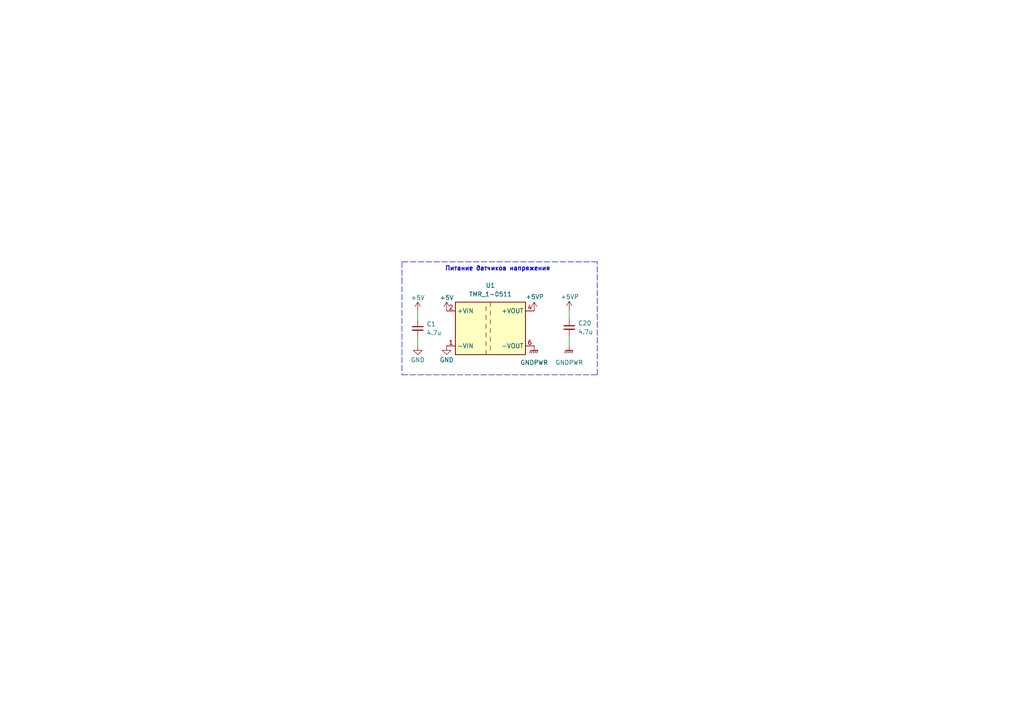
<source format=kicad_sch>
(kicad_sch (version 20211123) (generator eeschema)
  (paper "A4")
  (lib_symbols
    (symbol "Device:C_Small" (pin_numbers hide) (pin_names (offset 0.254) hide)
      (property "Reference" "C" (at 0.254 1.778 0))
      (property "Value" "C_Small" (at 0.254 -2.032 0))
      (symbol "C_Small_0_1"
        (polyline (pts (xy -1.524 -0.508) (xy 1.524 -0.508)) (stroke (width 0.3302)))
        (polyline (pts (xy -1.524 0.508) (xy 1.524 0.508)) (stroke (width 0.3048)))
      )
      (symbol "C_Small_1_1"
        (pin passive line (at 0 2.54 270) (length 2.032) (name "~") (number "1"))
        (pin passive line (at 0 -2.54 90) (length 2.032) (name "~") (number "2"))
      )
    )
    (symbol "Regulator_Switching:TMR_1-0511"
      (property "Reference" "U" (at -8.89 8.89 0))
      (property "Value" "TMR_1-0511" (at 10.16 8.89 0))
      (symbol "TMR_1-0511_0_1"
        (rectangle (start -10.16 7.62) (end 10.16 -7.62) (stroke (width 0.254)) (fill (type background)))
        (polyline (pts (xy -1.27 -7.62) (xy -1.27 -6.35)))
        (polyline (pts (xy -1.27 -5.08) (xy -1.27 -3.81)))
        (polyline (pts (xy -1.27 -2.54) (xy -1.27 -1.27)))
        (polyline (pts (xy -1.27 0) (xy -1.27 1.27)))
        (polyline (pts (xy -1.27 2.54) (xy -1.27 3.81)))
        (polyline (pts (xy -1.27 5.08) (xy -1.27 6.35)))
        (polyline (pts (xy 0 -5.08) (xy 0 -6.35)))
        (polyline (pts (xy 0 -2.54) (xy 0 -3.81)))
        (polyline (pts (xy 0 0) (xy 0 -1.27)))
        (polyline (pts (xy 0 2.54) (xy 0 1.27)))
        (polyline (pts (xy 0 5.08) (xy 0 3.81)))
        (polyline (pts (xy 0 7.62) (xy 0 6.35)))
      )
      (symbol "TMR_1-0511_1_1"
        (pin power_in line (at -12.7 -5.08 0) (length 2.54) (name "-VIN") (number "1"))
        (pin power_in line (at -12.7 5.08 0) (length 2.54) (name "+VIN") (number "2"))
        (pin power_out line (at 12.7 5.08 180) (length 2.54) (name "+VOUT") (number "4"))
        (pin power_out line (at 12.7 -5.08 180) (length 2.54) (name "-VOUT") (number "6"))
      )
    )
    (symbol "power:+5V" (power) (pin_names (offset 0))
      (property "Value" "+5V" (at 0 3.556 0))
      (symbol "+5V_0_1"
        (polyline (pts (xy -0.762 1.27) (xy 0 2.54)))
        (polyline (pts (xy 0 0) (xy 0 2.54)))
        (polyline (pts (xy 0 2.54) (xy 0.762 1.27)))
      )
      (symbol "+5V_1_1"
        (pin power_in line (at 0 0 90) (length 0) hide (name "+5V") (number "1"))
      )
    )
    (symbol "power:+5VP" (power) (pin_names (offset 0))
      (property "Value" "+5VP" (at 0 3.556 0))
      (symbol "+5VP_0_1"
        (polyline (pts (xy -0.762 1.27) (xy 0 2.54)))
        (polyline (pts (xy 0 0) (xy 0 2.54)))
        (polyline (pts (xy 0 2.54) (xy 0.762 1.27)))
      )
      (symbol "+5VP_1_1"
        (pin power_in line (at 0 0 90) (length 0) hide (name "+5VP") (number "1"))
      )
    )
    (symbol "power:GND" (power) (pin_names (offset 0))
      (property "Value" "GND" (at 0 -3.81 0))
      (symbol "GND_0_1"
        (polyline (pts (xy 0 0) (xy 0 -1.27) (xy 1.27 -1.27) (xy 0 -2.54) (xy -1.27 -1.27) (xy 0 -1.27)))
      )
      (symbol "GND_1_1"
        (pin power_in line (at 0 0 270) (length 0) hide (name "GND") (number "1"))
      )
    )
    (symbol "power:GNDPWR" (power) (pin_names (offset 0))
      (property "Value" "GNDPWR" (at 0 -3.302 0))
      (symbol "GNDPWR_0_1"
        (polyline (pts (xy 0 -1.27) (xy 0 0)))
        (polyline (pts (xy -1.016 -1.27) (xy -1.27 -2.032) (xy -1.27 -2.032)) (stroke (width 0.2032)))
        (polyline (pts (xy -0.508 -1.27) (xy -0.762 -2.032) (xy -0.762 -2.032)) (stroke (width 0.2032)))
        (polyline (pts (xy 0 -1.27) (xy -0.254 -2.032) (xy -0.254 -2.032)) (stroke (width 0.2032)))
        (polyline (pts (xy 0.508 -1.27) (xy 0.254 -2.032) (xy 0.254 -2.032)) (stroke (width 0.2032)))
        (polyline (pts (xy 1.016 -1.27) (xy -1.016 -1.27) (xy -1.016 -1.27)) (stroke (width 0.2032)))
        (polyline (pts (xy 1.016 -1.27) (xy 0.762 -2.032) (xy 0.762 -2.032) (xy 0.762 -2.032)) (stroke (width 0.2032)))
      )
      (symbol "GNDPWR_1_1"
        (pin power_in line (at 0 0 270) (length 0) hide (name "GNDPWR") (number "1"))
      )
    )
  )
  (wire (pts (xy 121.158 97.79) (xy 121.158 100.33)))
  (polyline (pts (xy 173.228 75.946) (xy 116.586 75.946)))
  (wire (pts (xy 165.1 97.536) (xy 165.1 100.33)))
  (polyline (pts (xy 116.586 80.772) (xy 116.586 108.712)))
  (polyline (pts (xy 173.228 108.712) (xy 173.228 75.946)))
  (wire (pts (xy 165.1 89.916) (xy 165.1 92.456)))
  (polyline (pts (xy 116.586 75.946) (xy 116.586 80.772)))
  (wire (pts (xy 121.158 90.17) (xy 121.158 92.71)))
  (polyline (pts (xy 116.586 108.712) (xy 173.228 108.712)))
  (text "Питание датчиков напряжения" (at 129.032 78.74 0) (effects (font (size 1.27 1.27) (thickness 0.254) bold) (justify left bottom)))
  (symbol (lib_id "power:GNDPWR") (at 154.94 100.33 0)
    (property "Reference" "#PWR029" (effects hide))
    (property "Value" "GNDPWR" (at 154.94 105.156 0))
  )
  (symbol (lib_id "Device:C_Small") (at 121.158 95.25 0)
    (property "Reference" "C1" (at 123.698 93.9862 0) (effects (justify left)))
    (property "Value" "4.7u" (at 123.698 96.5262 0) (effects (justify left)))
    (property "Footprint" "Capacitor_SMD:C_1210_3225Metric_Pad1.33x2.70mm_HandSolder" (effects hide))
  )
  (symbol (lib_id "Regulator_Switching:TMR_1-0511") (at 142.24 95.25 0)
    (property "Reference" "U1" (at 142.24 82.804 0))
    (property "Value" "TMR_1-0511" (at 142.24 85.344 0))
    (property "Footprint" "Converter_DCDC:Converter_DCDC_TRACO_TMR-1-xxxx_Single_THT" (effects hide))
    (property "Datasheet" "http://assets.tracopower.com/TMR1/documents/tmr1-datasheet.pdf" (effects hide))
  )
  (symbol (lib_id "power:+5VP") (at 154.94 90.17 0)
    (property "Reference" "#PWR028" (effects hide))
    (property "Value" "+5VP" (at 152.4 86.106 0) (effects (justify left)))
  )
  (symbol (lib_id "power:+5V") (at 121.158 90.17 0)
    (property "Reference" "#PWR01" (effects hide))
    (property "Value" "+5V" (at 119.126 86.36 0) (effects (justify left)))
  )
  (symbol (lib_id "power:GNDPWR") (at 165.1 100.33 0)
    (property "Reference" "#PWR031" (effects hide))
    (property "Value" "GNDPWR" (at 165.1 105.156 0))
  )
  (symbol (lib_id "Device:C_Small") (at 165.1 94.996 0)
    (property "Reference" "C20" (at 167.64 93.7322 0) (effects (justify left)))
    (property "Value" "4.7u" (at 167.64 96.2722 0) (effects (justify left)))
    (property "Footprint" "Capacitor_SMD:C_1210_3225Metric_Pad1.33x2.70mm_HandSolder" (effects hide))
  )
  (symbol (lib_id "power:GND") (at 129.54 100.33 0)
    (property "Reference" "#PWR027" (effects hide))
    (property "Value" "GND" (at 129.54 104.394 0))
  )
  (symbol (lib_id "power:GND") (at 121.158 100.33 0)
    (property "Reference" "#PWR02" (effects hide))
    (property "Value" "GND" (at 121.158 104.394 0))
  )
  (symbol (lib_id "power:+5V") (at 129.54 90.17 0)
    (property "Reference" "#PWR03" (effects hide))
    (property "Value" "+5V" (at 127.508 86.36 0) (effects (justify left)))
  )
  (symbol (lib_id "power:+5VP") (at 165.1 89.916 0)
    (property "Reference" "#PWR030" (effects hide))
    (property "Value" "+5VP" (at 162.56 86.106 0) (effects (justify left)))
  )
)
</source>
